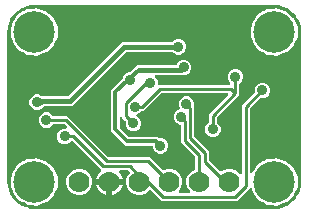
<source format=gbr>
G04 EAGLE Gerber RS-274X export*
G75*
%MOMM*%
%FSLAX34Y34*%
%LPD*%
%INBottom Copper*%
%IPPOS*%
%AMOC8*
5,1,8,0,0,1.08239X$1,22.5*%
G01*
%ADD10C,1.778000*%
%ADD11C,3.516000*%
%ADD12C,0.889000*%
%ADD13C,0.254000*%
%ADD14C,0.406400*%
%ADD15C,0.304800*%

G36*
X228622Y2543D02*
X228622Y2543D01*
X228700Y2545D01*
X232077Y2810D01*
X232145Y2824D01*
X232214Y2829D01*
X232370Y2869D01*
X238794Y4956D01*
X238901Y5006D01*
X239012Y5050D01*
X239063Y5083D01*
X239082Y5091D01*
X239097Y5104D01*
X239148Y5136D01*
X244612Y9107D01*
X244699Y9188D01*
X244746Y9227D01*
X244752Y9231D01*
X244753Y9233D01*
X244791Y9264D01*
X244829Y9310D01*
X244844Y9324D01*
X244855Y9341D01*
X244893Y9387D01*
X246586Y11717D01*
X246599Y11741D01*
X246616Y11761D01*
X246675Y11879D01*
X246739Y11996D01*
X246746Y12022D01*
X246758Y12046D01*
X246785Y12174D01*
X246799Y12185D01*
X246823Y12196D01*
X246925Y12281D01*
X247031Y12361D01*
X247048Y12382D01*
X247068Y12398D01*
X247171Y12522D01*
X248864Y14852D01*
X248921Y14956D01*
X248985Y15056D01*
X249007Y15113D01*
X249017Y15131D01*
X249022Y15151D01*
X249044Y15206D01*
X251131Y21630D01*
X251144Y21698D01*
X251167Y21764D01*
X251190Y21923D01*
X251455Y25300D01*
X251455Y25304D01*
X251456Y25307D01*
X251455Y25326D01*
X251459Y25400D01*
X251459Y152400D01*
X251457Y152422D01*
X251455Y152500D01*
X251190Y155877D01*
X251176Y155945D01*
X251171Y156014D01*
X251131Y156170D01*
X249044Y162594D01*
X248993Y162701D01*
X248950Y162812D01*
X248917Y162863D01*
X248909Y162882D01*
X248896Y162897D01*
X248864Y162948D01*
X247171Y165278D01*
X247153Y165297D01*
X247139Y165320D01*
X247044Y165413D01*
X246953Y165509D01*
X246931Y165524D01*
X246912Y165542D01*
X246798Y165608D01*
X246792Y165624D01*
X246789Y165651D01*
X246740Y165775D01*
X246697Y165900D01*
X246682Y165922D01*
X246672Y165947D01*
X246586Y166083D01*
X244893Y168413D01*
X244812Y168499D01*
X244736Y168591D01*
X244690Y168629D01*
X244676Y168644D01*
X244658Y168655D01*
X244612Y168693D01*
X239148Y172664D01*
X239044Y172721D01*
X238944Y172785D01*
X238887Y172807D01*
X238869Y172817D01*
X238849Y172822D01*
X238794Y172844D01*
X232370Y174931D01*
X232302Y174944D01*
X232236Y174967D01*
X232077Y174990D01*
X228700Y175255D01*
X228678Y175254D01*
X228600Y175259D01*
X25400Y175259D01*
X25378Y175257D01*
X25300Y175255D01*
X21923Y174990D01*
X21855Y174976D01*
X21786Y174971D01*
X21630Y174931D01*
X18892Y174041D01*
X18867Y174030D01*
X18841Y174024D01*
X18724Y173963D01*
X18604Y173906D01*
X18583Y173889D01*
X18560Y173877D01*
X18462Y173789D01*
X18445Y173788D01*
X18418Y173793D01*
X18286Y173785D01*
X18153Y173783D01*
X18128Y173775D01*
X18101Y173774D01*
X17945Y173734D01*
X15206Y172844D01*
X15099Y172794D01*
X14988Y172750D01*
X14937Y172717D01*
X14918Y172709D01*
X14903Y172696D01*
X14852Y172664D01*
X9388Y168693D01*
X9301Y168612D01*
X9209Y168536D01*
X9171Y168490D01*
X9156Y168476D01*
X9145Y168458D01*
X9107Y168412D01*
X5136Y162948D01*
X5079Y162844D01*
X5015Y162744D01*
X4993Y162687D01*
X4983Y162669D01*
X4978Y162649D01*
X4956Y162594D01*
X2869Y156170D01*
X2856Y156102D01*
X2833Y156036D01*
X2810Y155877D01*
X2545Y152500D01*
X2546Y152478D01*
X2541Y152400D01*
X2541Y25400D01*
X2543Y25378D01*
X2545Y25300D01*
X2810Y21923D01*
X2824Y21855D01*
X2829Y21786D01*
X2869Y21630D01*
X4956Y15206D01*
X5006Y15099D01*
X5050Y14988D01*
X5083Y14937D01*
X5091Y14918D01*
X5104Y14903D01*
X5136Y14852D01*
X9107Y9388D01*
X9127Y9366D01*
X9138Y9348D01*
X9184Y9305D01*
X9188Y9301D01*
X9264Y9209D01*
X9310Y9171D01*
X9324Y9156D01*
X9342Y9145D01*
X9388Y9107D01*
X14852Y5136D01*
X14956Y5079D01*
X15056Y5015D01*
X15113Y4993D01*
X15131Y4983D01*
X15151Y4978D01*
X15206Y4956D01*
X17945Y4066D01*
X17971Y4061D01*
X17996Y4051D01*
X18127Y4031D01*
X18257Y4006D01*
X18284Y4008D01*
X18310Y4004D01*
X18441Y4018D01*
X18455Y4008D01*
X18474Y3989D01*
X18585Y3917D01*
X18694Y3842D01*
X18719Y3832D01*
X18742Y3818D01*
X18892Y3759D01*
X21630Y2869D01*
X21698Y2856D01*
X21764Y2833D01*
X21923Y2810D01*
X25300Y2545D01*
X25322Y2546D01*
X25400Y2541D01*
X228600Y2541D01*
X228622Y2543D01*
G37*
%LPC*%
G36*
X226876Y5780D02*
X226876Y5780D01*
X226858Y5780D01*
X226743Y5787D01*
X224699Y5787D01*
X224151Y6014D01*
X224052Y6041D01*
X223957Y6077D01*
X223865Y6092D01*
X223844Y6098D01*
X223831Y6098D01*
X223798Y6104D01*
X222379Y6253D01*
X219415Y7964D01*
X219413Y7965D01*
X219410Y7967D01*
X219266Y8038D01*
X217490Y8773D01*
X216893Y9370D01*
X216826Y9422D01*
X216765Y9483D01*
X216651Y9558D01*
X216642Y9565D01*
X216638Y9567D01*
X216631Y9572D01*
X215129Y10439D01*
X213339Y12903D01*
X213326Y12917D01*
X213316Y12933D01*
X213209Y13054D01*
X211973Y14290D01*
X211557Y15296D01*
X211522Y15356D01*
X211497Y15420D01*
X211411Y15556D01*
X210208Y17211D01*
X209740Y19416D01*
X209737Y19422D01*
X209737Y19429D01*
X209685Y19574D01*
X209635Y19716D01*
X209631Y19722D01*
X209629Y19728D01*
X209543Y19855D01*
X209459Y19981D01*
X209454Y19986D01*
X209451Y19991D01*
X209336Y20092D01*
X209223Y20194D01*
X209217Y20197D01*
X209212Y20202D01*
X209077Y20271D01*
X208941Y20342D01*
X208935Y20343D01*
X208929Y20346D01*
X208781Y20379D01*
X208631Y20414D01*
X208625Y20414D01*
X208619Y20416D01*
X208465Y20411D01*
X208313Y20408D01*
X208307Y20406D01*
X208301Y20406D01*
X208154Y20364D01*
X208007Y20323D01*
X208001Y20319D01*
X207995Y20318D01*
X207865Y20241D01*
X207731Y20164D01*
X207727Y20159D01*
X207721Y20156D01*
X207601Y20050D01*
X199254Y11704D01*
X196948Y9397D01*
X133252Y9397D01*
X124396Y18254D01*
X124301Y18327D01*
X124212Y18405D01*
X124176Y18424D01*
X124144Y18449D01*
X124035Y18496D01*
X123929Y18550D01*
X123890Y18559D01*
X123853Y18575D01*
X123735Y18594D01*
X123619Y18620D01*
X123578Y18618D01*
X123538Y18625D01*
X123420Y18614D01*
X123301Y18610D01*
X123262Y18599D01*
X123222Y18595D01*
X123110Y18555D01*
X122995Y18522D01*
X122961Y18501D01*
X122923Y18487D01*
X122824Y18420D01*
X122721Y18360D01*
X122676Y18320D01*
X122659Y18309D01*
X122646Y18293D01*
X122601Y18254D01*
X120487Y16140D01*
X116473Y14477D01*
X112127Y14477D01*
X108113Y16140D01*
X105040Y19213D01*
X103377Y23227D01*
X103377Y27573D01*
X105040Y31587D01*
X105884Y32431D01*
X105956Y32525D01*
X106035Y32614D01*
X106054Y32650D01*
X106079Y32682D01*
X106126Y32791D01*
X106180Y32897D01*
X106189Y32937D01*
X106205Y32974D01*
X106224Y33092D01*
X106250Y33208D01*
X106248Y33248D01*
X106255Y33288D01*
X106244Y33406D01*
X106240Y33525D01*
X106229Y33564D01*
X106225Y33604D01*
X106185Y33717D01*
X106152Y33831D01*
X106131Y33866D01*
X106117Y33904D01*
X106050Y34002D01*
X105990Y34105D01*
X105950Y34150D01*
X105939Y34167D01*
X105923Y34180D01*
X105884Y34226D01*
X105176Y34934D01*
X105098Y34994D01*
X105025Y35062D01*
X104972Y35091D01*
X104924Y35128D01*
X104834Y35168D01*
X104747Y35216D01*
X104688Y35231D01*
X104633Y35255D01*
X104535Y35270D01*
X104439Y35295D01*
X104339Y35301D01*
X104318Y35305D01*
X104306Y35303D01*
X104278Y35305D01*
X98224Y35305D01*
X98087Y35288D01*
X97948Y35275D01*
X97929Y35268D01*
X97909Y35265D01*
X97780Y35214D01*
X97649Y35167D01*
X97632Y35156D01*
X97613Y35148D01*
X97501Y35067D01*
X97386Y34989D01*
X97372Y34973D01*
X97356Y34962D01*
X97267Y34854D01*
X97175Y34750D01*
X97166Y34732D01*
X97153Y34717D01*
X97094Y34591D01*
X97031Y34467D01*
X97026Y34447D01*
X97018Y34429D01*
X96991Y34293D01*
X96961Y34157D01*
X96962Y34136D01*
X96958Y34117D01*
X96966Y33978D01*
X96971Y33839D01*
X96976Y33819D01*
X96978Y33799D01*
X97020Y33667D01*
X97059Y33533D01*
X97069Y33516D01*
X97076Y33497D01*
X97150Y33379D01*
X97221Y33259D01*
X97239Y33238D01*
X97246Y33228D01*
X97261Y33214D01*
X97327Y33138D01*
X97619Y32847D01*
X98677Y31391D01*
X99493Y29788D01*
X100049Y28077D01*
X100077Y27899D01*
X90130Y27899D01*
X90012Y27884D01*
X89893Y27877D01*
X89855Y27864D01*
X89815Y27859D01*
X89704Y27816D01*
X89591Y27779D01*
X89557Y27757D01*
X89519Y27742D01*
X89423Y27673D01*
X89322Y27609D01*
X89294Y27579D01*
X89262Y27556D01*
X89186Y27464D01*
X89104Y27377D01*
X89085Y27342D01*
X89059Y27311D01*
X89008Y27203D01*
X88951Y27099D01*
X88941Y27059D01*
X88923Y27023D01*
X88903Y26916D01*
X88899Y26946D01*
X88855Y27056D01*
X88819Y27169D01*
X88797Y27204D01*
X88782Y27241D01*
X88712Y27337D01*
X88649Y27438D01*
X88619Y27466D01*
X88595Y27499D01*
X88504Y27575D01*
X88417Y27656D01*
X88382Y27676D01*
X88350Y27701D01*
X88243Y27752D01*
X88138Y27810D01*
X88099Y27820D01*
X88063Y27837D01*
X87946Y27859D01*
X87830Y27889D01*
X87770Y27893D01*
X87750Y27897D01*
X87730Y27895D01*
X87670Y27899D01*
X77723Y27899D01*
X77751Y28077D01*
X78307Y29788D01*
X79123Y31391D01*
X80181Y32847D01*
X81487Y34152D01*
X81560Y34246D01*
X81639Y34336D01*
X81657Y34372D01*
X81682Y34404D01*
X81729Y34513D01*
X81783Y34619D01*
X81792Y34658D01*
X81808Y34696D01*
X81827Y34813D01*
X81853Y34929D01*
X81852Y34970D01*
X81858Y35010D01*
X81847Y35128D01*
X81843Y35247D01*
X81832Y35286D01*
X81828Y35326D01*
X81788Y35438D01*
X81755Y35553D01*
X81734Y35587D01*
X81721Y35626D01*
X81654Y35724D01*
X81593Y35827D01*
X81554Y35872D01*
X81542Y35889D01*
X81527Y35902D01*
X81487Y35947D01*
X57845Y59589D01*
X57751Y59662D01*
X57662Y59741D01*
X57626Y59759D01*
X57594Y59784D01*
X57484Y59832D01*
X57379Y59886D01*
X57339Y59894D01*
X57302Y59911D01*
X57184Y59929D01*
X57068Y59955D01*
X57028Y59954D01*
X56988Y59960D01*
X56869Y59949D01*
X56750Y59946D01*
X56712Y59934D01*
X56671Y59931D01*
X56559Y59890D01*
X56445Y59857D01*
X56410Y59837D01*
X56372Y59823D01*
X56273Y59756D01*
X56171Y59696D01*
X56126Y59656D01*
X56109Y59644D01*
X56095Y59629D01*
X56050Y59589D01*
X54857Y58396D01*
X52476Y57410D01*
X49899Y57410D01*
X47518Y58396D01*
X45696Y60218D01*
X44710Y62599D01*
X44710Y65176D01*
X45696Y67557D01*
X47518Y69379D01*
X49899Y70365D01*
X51741Y70365D01*
X51879Y70383D01*
X52017Y70396D01*
X52036Y70403D01*
X52056Y70405D01*
X52186Y70456D01*
X52316Y70503D01*
X52333Y70515D01*
X52352Y70522D01*
X52464Y70604D01*
X52580Y70682D01*
X52593Y70697D01*
X52609Y70709D01*
X52698Y70816D01*
X52790Y70920D01*
X52799Y70938D01*
X52812Y70954D01*
X52871Y71080D01*
X52935Y71204D01*
X52939Y71223D01*
X52948Y71242D01*
X52974Y71378D01*
X53004Y71514D01*
X53004Y71534D01*
X53007Y71554D01*
X52999Y71692D01*
X52995Y71832D01*
X52989Y71851D01*
X52988Y71871D01*
X52945Y72003D01*
X52906Y72137D01*
X52896Y72155D01*
X52890Y72174D01*
X52815Y72292D01*
X52745Y72411D01*
X52726Y72432D01*
X52719Y72443D01*
X52704Y72457D01*
X52638Y72532D01*
X51074Y74097D01*
X50995Y74157D01*
X50923Y74225D01*
X50870Y74254D01*
X50822Y74291D01*
X50731Y74331D01*
X50645Y74379D01*
X50586Y74394D01*
X50531Y74418D01*
X50433Y74433D01*
X50337Y74458D01*
X50237Y74464D01*
X50216Y74468D01*
X50204Y74466D01*
X50176Y74468D01*
X41944Y74468D01*
X41846Y74456D01*
X41747Y74453D01*
X41688Y74436D01*
X41628Y74428D01*
X41536Y74392D01*
X41441Y74364D01*
X41389Y74334D01*
X41333Y74311D01*
X41253Y74253D01*
X41167Y74203D01*
X41092Y74137D01*
X41075Y74125D01*
X41068Y74115D01*
X41046Y74097D01*
X39229Y72279D01*
X36849Y71293D01*
X34271Y71293D01*
X31891Y72279D01*
X30068Y74102D01*
X29082Y76482D01*
X29082Y79060D01*
X30068Y81440D01*
X31891Y83263D01*
X34271Y84249D01*
X36849Y84249D01*
X39229Y83263D01*
X41046Y81445D01*
X41125Y81385D01*
X41197Y81317D01*
X41250Y81288D01*
X41298Y81251D01*
X41389Y81211D01*
X41475Y81163D01*
X41534Y81148D01*
X41590Y81124D01*
X41688Y81109D01*
X41783Y81084D01*
X41883Y81078D01*
X41904Y81074D01*
X41916Y81076D01*
X41944Y81074D01*
X53438Y81074D01*
X87657Y46854D01*
X87736Y46794D01*
X87808Y46726D01*
X87861Y46697D01*
X87909Y46660D01*
X88000Y46620D01*
X88086Y46572D01*
X88145Y46557D01*
X88200Y46533D01*
X88298Y46518D01*
X88394Y46493D01*
X88494Y46487D01*
X88515Y46483D01*
X88527Y46485D01*
X88555Y46483D01*
X123288Y46483D01*
X134043Y35728D01*
X134067Y35709D01*
X134086Y35687D01*
X134192Y35612D01*
X134294Y35533D01*
X134322Y35521D01*
X134346Y35504D01*
X134467Y35458D01*
X134586Y35406D01*
X134615Y35402D01*
X134643Y35391D01*
X134772Y35377D01*
X134900Y35356D01*
X134930Y35359D01*
X134959Y35356D01*
X135088Y35374D01*
X135217Y35386D01*
X135245Y35396D01*
X135274Y35400D01*
X135426Y35452D01*
X137527Y36323D01*
X141873Y36323D01*
X145887Y34660D01*
X148960Y31587D01*
X150623Y27573D01*
X150623Y23227D01*
X148960Y19213D01*
X147917Y18169D01*
X147832Y18060D01*
X147743Y17953D01*
X147734Y17934D01*
X147722Y17918D01*
X147666Y17791D01*
X147607Y17665D01*
X147603Y17645D01*
X147595Y17626D01*
X147573Y17488D01*
X147547Y17352D01*
X147549Y17332D01*
X147545Y17312D01*
X147558Y17173D01*
X147567Y17035D01*
X147573Y17016D01*
X147575Y16996D01*
X147622Y16864D01*
X147665Y16733D01*
X147676Y16715D01*
X147683Y16696D01*
X147761Y16581D01*
X147835Y16464D01*
X147850Y16450D01*
X147861Y16433D01*
X147965Y16341D01*
X148067Y16246D01*
X148085Y16236D01*
X148100Y16223D01*
X148224Y16160D01*
X148345Y16092D01*
X148365Y16087D01*
X148383Y16078D01*
X148519Y16048D01*
X148653Y16013D01*
X148681Y16011D01*
X148693Y16008D01*
X148714Y16009D01*
X148814Y16003D01*
X155986Y16003D01*
X156124Y16020D01*
X156262Y16033D01*
X156281Y16040D01*
X156302Y16043D01*
X156431Y16094D01*
X156562Y16141D01*
X156578Y16152D01*
X156597Y16160D01*
X156709Y16241D01*
X156825Y16319D01*
X156838Y16335D01*
X156855Y16346D01*
X156943Y16454D01*
X157035Y16558D01*
X157044Y16576D01*
X157057Y16591D01*
X157117Y16717D01*
X157180Y16841D01*
X157184Y16861D01*
X157193Y16879D01*
X157219Y17016D01*
X157249Y17151D01*
X157249Y17172D01*
X157253Y17191D01*
X157244Y17330D01*
X157240Y17469D01*
X157234Y17489D01*
X157233Y17509D01*
X157190Y17641D01*
X157151Y17775D01*
X157141Y17792D01*
X157135Y17811D01*
X157061Y17929D01*
X156990Y18049D01*
X156971Y18070D01*
X156965Y18080D01*
X156950Y18094D01*
X156883Y18169D01*
X155840Y19213D01*
X154177Y23227D01*
X154177Y27573D01*
X155840Y31587D01*
X158913Y34660D01*
X161014Y35530D01*
X161039Y35545D01*
X161067Y35554D01*
X161177Y35623D01*
X161290Y35688D01*
X161311Y35708D01*
X161336Y35724D01*
X161425Y35819D01*
X161518Y35909D01*
X161534Y35934D01*
X161554Y35956D01*
X161617Y36069D01*
X161685Y36180D01*
X161693Y36208D01*
X161708Y36234D01*
X161740Y36360D01*
X161778Y36484D01*
X161780Y36513D01*
X161787Y36542D01*
X161797Y36703D01*
X161797Y46250D01*
X161785Y46349D01*
X161782Y46448D01*
X161765Y46506D01*
X161757Y46566D01*
X161721Y46658D01*
X161693Y46753D01*
X161663Y46805D01*
X161640Y46862D01*
X161582Y46942D01*
X161532Y47027D01*
X161466Y47102D01*
X161454Y47119D01*
X161444Y47127D01*
X161426Y47148D01*
X149605Y58968D01*
X149605Y72644D01*
X149590Y72762D01*
X149583Y72881D01*
X149570Y72919D01*
X149565Y72960D01*
X149522Y73070D01*
X149485Y73183D01*
X149463Y73218D01*
X149448Y73255D01*
X149379Y73351D01*
X149315Y73452D01*
X149285Y73480D01*
X149262Y73513D01*
X149170Y73589D01*
X149083Y73670D01*
X149048Y73690D01*
X149017Y73715D01*
X148909Y73766D01*
X148805Y73824D01*
X148765Y73834D01*
X148729Y73851D01*
X148612Y73873D01*
X148497Y73903D01*
X148464Y73905D01*
X146064Y74899D01*
X144241Y76722D01*
X143255Y79102D01*
X143255Y81680D01*
X144241Y84060D01*
X146064Y85883D01*
X147615Y86525D01*
X147718Y86584D01*
X147825Y86636D01*
X147856Y86663D01*
X147891Y86683D01*
X147977Y86766D01*
X148067Y86843D01*
X148091Y86876D01*
X148120Y86904D01*
X148182Y87005D01*
X148250Y87103D01*
X148265Y87141D01*
X148286Y87175D01*
X148321Y87289D01*
X148363Y87400D01*
X148368Y87440D01*
X148380Y87479D01*
X148385Y87598D01*
X148398Y87716D01*
X148393Y87756D01*
X148395Y87797D01*
X148371Y87913D01*
X148354Y88031D01*
X148335Y88088D01*
X148330Y88108D01*
X148321Y88127D01*
X148302Y88183D01*
X147539Y90024D01*
X147539Y92602D01*
X148525Y94982D01*
X150348Y96805D01*
X152729Y97791D01*
X155306Y97791D01*
X157686Y96805D01*
X159509Y94982D01*
X160495Y92602D01*
X160495Y90032D01*
X160507Y89933D01*
X160510Y89834D01*
X160527Y89776D01*
X160535Y89716D01*
X160571Y89624D01*
X160599Y89529D01*
X160629Y89477D01*
X160652Y89421D01*
X160710Y89340D01*
X160760Y89255D01*
X160783Y89229D01*
X160783Y64124D01*
X160795Y64026D01*
X160798Y63927D01*
X160815Y63868D01*
X160823Y63808D01*
X160859Y63716D01*
X160887Y63621D01*
X160917Y63569D01*
X160940Y63513D01*
X160998Y63433D01*
X161048Y63347D01*
X161114Y63272D01*
X161126Y63255D01*
X161136Y63247D01*
X161154Y63226D01*
X173483Y50898D01*
X173483Y43804D01*
X173495Y43706D01*
X173498Y43607D01*
X173515Y43548D01*
X173523Y43488D01*
X173559Y43396D01*
X173587Y43301D01*
X173617Y43249D01*
X173640Y43193D01*
X173698Y43113D01*
X173748Y43027D01*
X173814Y42952D01*
X173826Y42935D01*
X173836Y42927D01*
X173854Y42906D01*
X182309Y34451D01*
X182404Y34378D01*
X182493Y34300D01*
X182529Y34281D01*
X182561Y34256D01*
X182670Y34209D01*
X182776Y34155D01*
X182815Y34146D01*
X182852Y34130D01*
X182970Y34111D01*
X183086Y34085D01*
X183127Y34087D01*
X183167Y34080D01*
X183285Y34091D01*
X183404Y34095D01*
X183443Y34106D01*
X183483Y34110D01*
X183595Y34150D01*
X183710Y34183D01*
X183745Y34204D01*
X183782Y34218D01*
X183881Y34284D01*
X183984Y34345D01*
X184029Y34385D01*
X184046Y34396D01*
X184059Y34412D01*
X184104Y34451D01*
X184313Y34660D01*
X188327Y36323D01*
X192673Y36323D01*
X196687Y34660D01*
X199001Y32347D01*
X199110Y32261D01*
X199217Y32173D01*
X199236Y32164D01*
X199252Y32152D01*
X199380Y32096D01*
X199505Y32037D01*
X199525Y32033D01*
X199544Y32025D01*
X199682Y32003D01*
X199818Y31977D01*
X199838Y31979D01*
X199858Y31975D01*
X199997Y31988D01*
X200135Y31997D01*
X200154Y32003D01*
X200174Y32005D01*
X200306Y32052D01*
X200437Y32095D01*
X200455Y32106D01*
X200474Y32113D01*
X200589Y32191D01*
X200706Y32265D01*
X200720Y32280D01*
X200737Y32291D01*
X200829Y32396D01*
X200924Y32497D01*
X200934Y32515D01*
X200947Y32530D01*
X201011Y32654D01*
X201078Y32775D01*
X201083Y32795D01*
X201092Y32813D01*
X201122Y32949D01*
X201157Y33083D01*
X201159Y33111D01*
X201162Y33123D01*
X201161Y33144D01*
X201167Y33244D01*
X201167Y90259D01*
X211591Y100682D01*
X211651Y100761D01*
X211719Y100833D01*
X211748Y100886D01*
X211785Y100934D01*
X211825Y101025D01*
X211873Y101111D01*
X211888Y101170D01*
X211912Y101225D01*
X211927Y101323D01*
X211952Y101419D01*
X211958Y101519D01*
X211962Y101540D01*
X211960Y101552D01*
X211962Y101580D01*
X211962Y104150D01*
X212948Y106530D01*
X214771Y108353D01*
X217151Y109339D01*
X219729Y109339D01*
X222109Y108353D01*
X223932Y106530D01*
X224918Y104150D01*
X224918Y101572D01*
X223932Y99192D01*
X222109Y97369D01*
X219729Y96383D01*
X217159Y96383D01*
X217061Y96371D01*
X216962Y96368D01*
X216903Y96351D01*
X216843Y96343D01*
X216751Y96307D01*
X216656Y96279D01*
X216604Y96249D01*
X216548Y96226D01*
X216468Y96168D01*
X216382Y96118D01*
X216307Y96052D01*
X216290Y96040D01*
X216282Y96030D01*
X216261Y96012D01*
X208144Y87895D01*
X208084Y87816D01*
X208016Y87744D01*
X207987Y87691D01*
X207950Y87643D01*
X207910Y87552D01*
X207862Y87466D01*
X207847Y87407D01*
X207823Y87352D01*
X207808Y87254D01*
X207783Y87158D01*
X207777Y87058D01*
X207773Y87037D01*
X207775Y87025D01*
X207773Y86997D01*
X207773Y34143D01*
X207783Y34064D01*
X207783Y33984D01*
X207803Y33907D01*
X207813Y33827D01*
X207842Y33753D01*
X207862Y33676D01*
X207900Y33606D01*
X207930Y33532D01*
X207976Y33467D01*
X208015Y33397D01*
X208069Y33339D01*
X208116Y33274D01*
X208178Y33224D01*
X208232Y33165D01*
X208300Y33122D01*
X208361Y33071D01*
X208433Y33038D01*
X208501Y32995D01*
X208577Y32970D01*
X208649Y32936D01*
X208727Y32921D01*
X208803Y32896D01*
X208883Y32891D01*
X208961Y32876D01*
X209041Y32881D01*
X209120Y32876D01*
X209199Y32891D01*
X209279Y32896D01*
X209355Y32920D01*
X209433Y32935D01*
X209505Y32969D01*
X209581Y32994D01*
X209649Y33037D01*
X209721Y33070D01*
X209783Y33121D01*
X209850Y33164D01*
X209905Y33222D01*
X209966Y33273D01*
X210067Y33395D01*
X210068Y33396D01*
X210069Y33397D01*
X211411Y35244D01*
X211444Y35305D01*
X211486Y35360D01*
X211557Y35504D01*
X211973Y36510D01*
X213209Y37746D01*
X213221Y37761D01*
X213236Y37773D01*
X213339Y37897D01*
X215129Y40361D01*
X216631Y41228D01*
X216699Y41280D01*
X216773Y41324D01*
X216875Y41414D01*
X216884Y41421D01*
X216887Y41424D01*
X216893Y41430D01*
X217490Y42027D01*
X219266Y42762D01*
X219268Y42764D01*
X219271Y42764D01*
X219415Y42836D01*
X222379Y44547D01*
X223798Y44696D01*
X223898Y44720D01*
X223999Y44734D01*
X224087Y44764D01*
X224108Y44769D01*
X224120Y44775D01*
X224151Y44786D01*
X224699Y45013D01*
X226743Y45013D01*
X226760Y45015D01*
X226876Y45020D01*
X230704Y45422D01*
X231773Y45075D01*
X231890Y45053D01*
X232005Y45023D01*
X232065Y45019D01*
X232085Y45015D01*
X232106Y45017D01*
X232165Y45013D01*
X232501Y45013D01*
X234409Y44223D01*
X234430Y44217D01*
X234503Y44188D01*
X238666Y42835D01*
X239278Y42285D01*
X239389Y42207D01*
X239497Y42126D01*
X239527Y42111D01*
X239539Y42103D01*
X239559Y42096D01*
X239641Y42055D01*
X239710Y42027D01*
X241005Y40732D01*
X241019Y40721D01*
X241053Y40686D01*
X244887Y37234D01*
X245100Y36756D01*
X245179Y36626D01*
X245450Y35971D01*
X245455Y35963D01*
X245463Y35941D01*
X248292Y29586D01*
X248292Y21214D01*
X245463Y14859D01*
X245460Y14849D01*
X245450Y14829D01*
X245194Y14211D01*
X245175Y14187D01*
X245170Y14178D01*
X245168Y14175D01*
X245163Y14165D01*
X245100Y14044D01*
X244985Y13785D01*
X244977Y13759D01*
X244964Y13736D01*
X244931Y13607D01*
X244914Y13552D01*
X244880Y13536D01*
X244860Y13519D01*
X244836Y13507D01*
X244710Y13407D01*
X241053Y10114D01*
X241041Y10100D01*
X241005Y10068D01*
X239710Y8773D01*
X239641Y8745D01*
X239524Y8678D01*
X239404Y8615D01*
X239377Y8594D01*
X239365Y8587D01*
X239350Y8572D01*
X239278Y8515D01*
X238666Y7965D01*
X234502Y6612D01*
X234483Y6603D01*
X234409Y6577D01*
X232501Y5787D01*
X232165Y5787D01*
X232047Y5772D01*
X231929Y5765D01*
X231870Y5750D01*
X231850Y5747D01*
X231831Y5740D01*
X231773Y5725D01*
X230704Y5378D01*
X226876Y5780D01*
G37*
%LPD*%
%LPC*%
G36*
X130791Y49402D02*
X130791Y49402D01*
X128411Y50388D01*
X126588Y52211D01*
X125602Y54591D01*
X125602Y54864D01*
X125587Y54982D01*
X125580Y55101D01*
X125567Y55139D01*
X125562Y55180D01*
X125519Y55290D01*
X125482Y55403D01*
X125460Y55438D01*
X125445Y55475D01*
X125376Y55571D01*
X125312Y55672D01*
X125282Y55700D01*
X125259Y55733D01*
X125167Y55809D01*
X125080Y55890D01*
X125045Y55910D01*
X125014Y55935D01*
X124906Y55986D01*
X124802Y56044D01*
X124762Y56054D01*
X124726Y56071D01*
X124609Y56093D01*
X124494Y56123D01*
X124434Y56127D01*
X124414Y56131D01*
X124393Y56129D01*
X124333Y56133D01*
X102667Y56133D01*
X90423Y68377D01*
X90423Y103073D01*
X99831Y112480D01*
X99891Y112559D01*
X99959Y112631D01*
X99988Y112684D01*
X100025Y112732D01*
X100065Y112823D01*
X100113Y112909D01*
X100128Y112968D01*
X100152Y113024D01*
X100167Y113122D01*
X100192Y113217D01*
X100198Y113317D01*
X100202Y113338D01*
X100201Y113348D01*
X101188Y115732D01*
X103011Y117555D01*
X105391Y118541D01*
X106332Y118541D01*
X106430Y118553D01*
X106529Y118556D01*
X106587Y118573D01*
X106648Y118581D01*
X106740Y118617D01*
X106835Y118645D01*
X106887Y118675D01*
X106943Y118698D01*
X107023Y118756D01*
X107109Y118806D01*
X107184Y118872D01*
X107201Y118884D01*
X107208Y118894D01*
X107230Y118912D01*
X109180Y120862D01*
X109240Y120941D01*
X109308Y121013D01*
X109337Y121066D01*
X109374Y121114D01*
X109414Y121205D01*
X109462Y121291D01*
X109477Y121350D01*
X109501Y121406D01*
X109516Y121504D01*
X109541Y121599D01*
X109547Y121699D01*
X109551Y121720D01*
X109549Y121732D01*
X109551Y121760D01*
X109551Y121953D01*
X111932Y124334D01*
X144811Y124334D01*
X144841Y124337D01*
X144870Y124335D01*
X144998Y124357D01*
X145127Y124374D01*
X145154Y124384D01*
X145184Y124389D01*
X145302Y124443D01*
X145423Y124491D01*
X145447Y124508D01*
X145473Y124520D01*
X145575Y124601D01*
X145680Y124677D01*
X145699Y124700D01*
X145722Y124719D01*
X145800Y124822D01*
X145883Y124922D01*
X145895Y124949D01*
X145913Y124973D01*
X145984Y125117D01*
X146337Y125970D01*
X148160Y127793D01*
X150540Y128779D01*
X153118Y128779D01*
X155498Y127793D01*
X157321Y125970D01*
X158307Y123590D01*
X158307Y121012D01*
X157321Y118632D01*
X155498Y116809D01*
X153118Y115823D01*
X150540Y115823D01*
X149854Y116108D01*
X149845Y116110D01*
X149837Y116115D01*
X149692Y116152D01*
X149547Y116192D01*
X149538Y116192D01*
X149529Y116194D01*
X149368Y116204D01*
X128558Y116204D01*
X128420Y116187D01*
X128281Y116174D01*
X128262Y116167D01*
X128242Y116164D01*
X128113Y116113D01*
X127982Y116066D01*
X127965Y116055D01*
X127947Y116047D01*
X127834Y115966D01*
X127719Y115888D01*
X127706Y115872D01*
X127689Y115861D01*
X127600Y115753D01*
X127509Y115649D01*
X127499Y115631D01*
X127486Y115616D01*
X127427Y115490D01*
X127364Y115366D01*
X127360Y115346D01*
X127351Y115328D01*
X127325Y115191D01*
X127294Y115056D01*
X127295Y115035D01*
X127291Y115016D01*
X127300Y114877D01*
X127304Y114738D01*
X127310Y114718D01*
X127311Y114698D01*
X127354Y114566D01*
X127392Y114432D01*
X127403Y114415D01*
X127409Y114396D01*
X127483Y114278D01*
X127554Y114158D01*
X127572Y114137D01*
X127579Y114127D01*
X127594Y114113D01*
X127660Y114038D01*
X128682Y113016D01*
X129668Y110636D01*
X129668Y108712D01*
X129683Y108594D01*
X129690Y108475D01*
X129703Y108437D01*
X129708Y108396D01*
X129751Y108286D01*
X129788Y108173D01*
X129810Y108138D01*
X129825Y108101D01*
X129894Y108005D01*
X129958Y107904D01*
X129988Y107876D01*
X130011Y107843D01*
X130103Y107767D01*
X130190Y107686D01*
X130225Y107666D01*
X130256Y107641D01*
X130364Y107590D01*
X130468Y107532D01*
X130508Y107522D01*
X130544Y107505D01*
X130661Y107483D01*
X130776Y107453D01*
X130836Y107449D01*
X130856Y107445D01*
X130877Y107447D01*
X130937Y107443D01*
X190203Y107443D01*
X190341Y107460D01*
X190480Y107473D01*
X190499Y107480D01*
X190519Y107483D01*
X190648Y107534D01*
X190779Y107581D01*
X190796Y107592D01*
X190814Y107600D01*
X190927Y107681D01*
X191042Y107759D01*
X191055Y107775D01*
X191072Y107786D01*
X191161Y107894D01*
X191252Y107998D01*
X191262Y108016D01*
X191275Y108031D01*
X191334Y108157D01*
X191397Y108281D01*
X191401Y108301D01*
X191410Y108319D01*
X191436Y108456D01*
X191467Y108591D01*
X191466Y108612D01*
X191470Y108631D01*
X191461Y108770D01*
X191457Y108909D01*
X191451Y108929D01*
X191450Y108949D01*
X191407Y109081D01*
X191369Y109215D01*
X191358Y109232D01*
X191352Y109251D01*
X191278Y109369D01*
X191207Y109489D01*
X191189Y109510D01*
X191182Y109520D01*
X191167Y109534D01*
X191101Y109609D01*
X190088Y110622D01*
X189102Y113002D01*
X189102Y115580D01*
X190088Y117960D01*
X191911Y119783D01*
X194291Y120769D01*
X196869Y120769D01*
X199249Y119783D01*
X201072Y117960D01*
X202058Y115580D01*
X202058Y113002D01*
X201072Y110622D01*
X199254Y108805D01*
X199194Y108726D01*
X199126Y108654D01*
X199097Y108601D01*
X199060Y108553D01*
X199020Y108462D01*
X198972Y108376D01*
X198957Y108317D01*
X198933Y108261D01*
X198918Y108163D01*
X198893Y108068D01*
X198887Y107980D01*
X198885Y107969D01*
X198886Y107962D01*
X198883Y107947D01*
X198885Y107935D01*
X198883Y107907D01*
X198883Y98962D01*
X180204Y80284D01*
X180144Y80205D01*
X180076Y80133D01*
X180047Y80080D01*
X180010Y80032D01*
X179970Y79941D01*
X179922Y79855D01*
X179907Y79796D01*
X179883Y79741D01*
X179868Y79643D01*
X179843Y79547D01*
X179837Y79447D01*
X179833Y79426D01*
X179835Y79414D01*
X179833Y79386D01*
X179833Y76234D01*
X179845Y76136D01*
X179848Y76037D01*
X179865Y75978D01*
X179873Y75918D01*
X179909Y75826D01*
X179937Y75731D01*
X179967Y75679D01*
X179990Y75623D01*
X180048Y75543D01*
X180098Y75457D01*
X180164Y75382D01*
X180176Y75365D01*
X180186Y75358D01*
X180204Y75336D01*
X182022Y73519D01*
X183008Y71139D01*
X183008Y68561D01*
X182022Y66181D01*
X180199Y64358D01*
X177819Y63372D01*
X175241Y63372D01*
X172861Y64358D01*
X171038Y66181D01*
X170052Y68561D01*
X170052Y71139D01*
X171038Y73519D01*
X172856Y75336D01*
X172916Y75415D01*
X172984Y75487D01*
X173013Y75540D01*
X173050Y75588D01*
X173090Y75679D01*
X173138Y75765D01*
X173153Y75824D01*
X173177Y75880D01*
X173192Y75978D01*
X173217Y76073D01*
X173223Y76173D01*
X173227Y76194D01*
X173225Y76206D01*
X173227Y76234D01*
X173227Y82648D01*
X175534Y84954D01*
X189250Y98671D01*
X189335Y98780D01*
X189424Y98887D01*
X189432Y98906D01*
X189445Y98922D01*
X189500Y99050D01*
X189559Y99175D01*
X189563Y99195D01*
X189571Y99214D01*
X189593Y99352D01*
X189619Y99488D01*
X189618Y99508D01*
X189621Y99528D01*
X189608Y99667D01*
X189599Y99805D01*
X189593Y99824D01*
X189591Y99844D01*
X189544Y99976D01*
X189501Y100107D01*
X189490Y100125D01*
X189483Y100144D01*
X189405Y100259D01*
X189331Y100376D01*
X189316Y100390D01*
X189305Y100407D01*
X189201Y100499D01*
X189099Y100594D01*
X189082Y100604D01*
X189066Y100617D01*
X188943Y100680D01*
X188821Y100748D01*
X188801Y100753D01*
X188783Y100762D01*
X188647Y100792D01*
X188513Y100827D01*
X188485Y100829D01*
X188473Y100832D01*
X188452Y100831D01*
X188352Y100837D01*
X133785Y100837D01*
X133687Y100825D01*
X133588Y100822D01*
X133529Y100805D01*
X133469Y100797D01*
X133377Y100761D01*
X133282Y100733D01*
X133230Y100703D01*
X133174Y100680D01*
X133094Y100622D01*
X133008Y100572D01*
X132933Y100506D01*
X132916Y100494D01*
X132908Y100484D01*
X132887Y100466D01*
X118208Y85786D01*
X116874Y85786D01*
X116776Y85774D01*
X116677Y85771D01*
X116618Y85754D01*
X116558Y85746D01*
X116466Y85710D01*
X116371Y85682D01*
X116319Y85652D01*
X116263Y85629D01*
X116183Y85571D01*
X116097Y85521D01*
X116022Y85455D01*
X116005Y85443D01*
X115998Y85433D01*
X115976Y85415D01*
X114159Y83597D01*
X112522Y82919D01*
X112401Y82850D01*
X112278Y82785D01*
X112263Y82772D01*
X112245Y82762D01*
X112146Y82665D01*
X112043Y82571D01*
X112032Y82554D01*
X112017Y82540D01*
X111944Y82422D01*
X111868Y82306D01*
X111861Y82286D01*
X111851Y82269D01*
X111810Y82136D01*
X111765Y82005D01*
X111763Y81985D01*
X111757Y81965D01*
X111750Y81826D01*
X111740Y81688D01*
X111743Y81668D01*
X111742Y81648D01*
X111770Y81511D01*
X111794Y81374D01*
X111802Y81356D01*
X111806Y81336D01*
X111867Y81211D01*
X111924Y81084D01*
X111937Y81069D01*
X111946Y81050D01*
X112036Y80945D01*
X112123Y80836D01*
X112139Y80824D01*
X112152Y80808D01*
X112266Y80728D01*
X112377Y80645D01*
X112402Y80632D01*
X112412Y80625D01*
X112432Y80618D01*
X112522Y80574D01*
X112889Y80422D01*
X114712Y78599D01*
X115698Y76219D01*
X115698Y73641D01*
X114712Y71261D01*
X112889Y69438D01*
X110509Y68452D01*
X107931Y68452D01*
X105551Y69438D01*
X103728Y71261D01*
X102742Y73641D01*
X102742Y76211D01*
X102730Y76309D01*
X102727Y76408D01*
X102710Y76467D01*
X102702Y76527D01*
X102666Y76619D01*
X102638Y76714D01*
X102608Y76766D01*
X102585Y76822D01*
X102527Y76902D01*
X102477Y76988D01*
X102411Y77063D01*
X102399Y77080D01*
X102389Y77088D01*
X102371Y77109D01*
X99703Y79776D01*
X99594Y79861D01*
X99487Y79950D01*
X99468Y79958D01*
X99452Y79971D01*
X99324Y80026D01*
X99199Y80085D01*
X99179Y80089D01*
X99160Y80097D01*
X99022Y80119D01*
X98886Y80145D01*
X98866Y80144D01*
X98846Y80147D01*
X98707Y80134D01*
X98569Y80125D01*
X98550Y80119D01*
X98530Y80117D01*
X98398Y80070D01*
X98267Y80027D01*
X98249Y80016D01*
X98230Y80009D01*
X98115Y79931D01*
X97998Y79857D01*
X97984Y79842D01*
X97967Y79831D01*
X97875Y79727D01*
X97780Y79625D01*
X97770Y79608D01*
X97757Y79592D01*
X97693Y79468D01*
X97626Y79347D01*
X97621Y79327D01*
X97612Y79309D01*
X97582Y79173D01*
X97547Y79039D01*
X97545Y79011D01*
X97542Y78999D01*
X97543Y78978D01*
X97537Y78878D01*
X97537Y71849D01*
X97549Y71751D01*
X97552Y71652D01*
X97569Y71594D01*
X97577Y71533D01*
X97613Y71441D01*
X97641Y71346D01*
X97671Y71294D01*
X97694Y71238D01*
X97752Y71158D01*
X97802Y71072D01*
X97868Y70997D01*
X97880Y70980D01*
X97890Y70973D01*
X97908Y70951D01*
X105241Y63618D01*
X105320Y63558D01*
X105392Y63490D01*
X105445Y63461D01*
X105493Y63424D01*
X105584Y63384D01*
X105670Y63336D01*
X105729Y63321D01*
X105785Y63297D01*
X105883Y63282D01*
X105978Y63257D01*
X106078Y63251D01*
X106099Y63247D01*
X106111Y63249D01*
X106139Y63247D01*
X129743Y63247D01*
X130260Y62729D01*
X130339Y62669D01*
X130411Y62601D01*
X130464Y62572D01*
X130512Y62535D01*
X130603Y62495D01*
X130689Y62447D01*
X130748Y62432D01*
X130804Y62408D01*
X130902Y62393D01*
X130997Y62368D01*
X131097Y62362D01*
X131118Y62358D01*
X131130Y62360D01*
X131158Y62358D01*
X133369Y62358D01*
X135749Y61372D01*
X137572Y59549D01*
X138558Y57169D01*
X138558Y54591D01*
X137572Y52211D01*
X135749Y50388D01*
X133369Y49402D01*
X130791Y49402D01*
G37*
%LPD*%
%LPC*%
G36*
X26398Y86486D02*
X26398Y86486D01*
X24017Y87472D01*
X22195Y89294D01*
X21209Y91675D01*
X21209Y94252D01*
X22195Y96633D01*
X24017Y98455D01*
X26398Y99441D01*
X28975Y99441D01*
X31356Y98455D01*
X31474Y98336D01*
X31553Y98276D01*
X31625Y98208D01*
X31678Y98179D01*
X31726Y98142D01*
X31817Y98102D01*
X31903Y98054D01*
X31962Y98039D01*
X32018Y98015D01*
X32116Y98000D01*
X32211Y97975D01*
X32311Y97969D01*
X32332Y97965D01*
X32344Y97967D01*
X32372Y97965D01*
X53591Y97965D01*
X53689Y97977D01*
X53788Y97980D01*
X53846Y97997D01*
X53906Y98005D01*
X53998Y98041D01*
X54093Y98069D01*
X54145Y98099D01*
X54202Y98122D01*
X54282Y98180D01*
X54367Y98230D01*
X54443Y98296D01*
X54459Y98308D01*
X54467Y98318D01*
X54488Y98336D01*
X99916Y143765D01*
X141698Y143765D01*
X141796Y143777D01*
X141895Y143780D01*
X141954Y143797D01*
X142014Y143805D01*
X142106Y143841D01*
X142201Y143869D01*
X142253Y143899D01*
X142309Y143922D01*
X142389Y143980D01*
X142475Y144030D01*
X142550Y144096D01*
X142567Y144108D01*
X142574Y144118D01*
X142596Y144136D01*
X143651Y145192D01*
X146031Y146178D01*
X148609Y146178D01*
X150989Y145192D01*
X152812Y143369D01*
X153798Y140989D01*
X153798Y138411D01*
X152812Y136031D01*
X150989Y134208D01*
X148609Y133222D01*
X146031Y133222D01*
X143651Y134208D01*
X142596Y135264D01*
X142517Y135324D01*
X142445Y135392D01*
X142392Y135421D01*
X142344Y135458D01*
X142253Y135498D01*
X142167Y135546D01*
X142108Y135561D01*
X142052Y135585D01*
X141954Y135600D01*
X141859Y135625D01*
X141759Y135631D01*
X141738Y135635D01*
X141726Y135633D01*
X141698Y135635D01*
X103809Y135635D01*
X103711Y135623D01*
X103612Y135620D01*
X103554Y135603D01*
X103494Y135595D01*
X103402Y135559D01*
X103307Y135531D01*
X103255Y135501D01*
X103198Y135478D01*
X103118Y135420D01*
X103033Y135370D01*
X102957Y135304D01*
X102941Y135292D01*
X102933Y135282D01*
X102912Y135264D01*
X57484Y89835D01*
X34245Y89835D01*
X34147Y89823D01*
X34048Y89820D01*
X33989Y89803D01*
X33929Y89795D01*
X33837Y89759D01*
X33742Y89731D01*
X33690Y89701D01*
X33634Y89678D01*
X33554Y89620D01*
X33468Y89570D01*
X33393Y89504D01*
X33376Y89492D01*
X33369Y89482D01*
X33347Y89464D01*
X31356Y87472D01*
X28975Y86486D01*
X26398Y86486D01*
G37*
%LPD*%
%LPC*%
G36*
X226876Y132780D02*
X226876Y132780D01*
X226858Y132780D01*
X226743Y132787D01*
X224699Y132787D01*
X224151Y133014D01*
X224052Y133041D01*
X223957Y133077D01*
X223865Y133092D01*
X223844Y133098D01*
X223831Y133098D01*
X223798Y133104D01*
X222379Y133253D01*
X219415Y134964D01*
X219413Y134965D01*
X219410Y134967D01*
X219266Y135038D01*
X217490Y135773D01*
X216893Y136370D01*
X216826Y136422D01*
X216765Y136483D01*
X216651Y136558D01*
X216642Y136565D01*
X216638Y136567D01*
X216631Y136572D01*
X215129Y137439D01*
X213339Y139903D01*
X213326Y139917D01*
X213316Y139933D01*
X213209Y140054D01*
X211973Y141290D01*
X211557Y142296D01*
X211522Y142356D01*
X211497Y142420D01*
X211411Y142556D01*
X210208Y144211D01*
X209647Y146849D01*
X209636Y146883D01*
X209631Y146919D01*
X209579Y147071D01*
X208987Y148499D01*
X208987Y149822D01*
X208981Y149874D01*
X208983Y149926D01*
X208960Y150086D01*
X208468Y152400D01*
X208960Y154714D01*
X208964Y154767D01*
X208977Y154817D01*
X208987Y154978D01*
X208987Y156301D01*
X209579Y157729D01*
X209588Y157763D01*
X209604Y157795D01*
X209647Y157951D01*
X210208Y160589D01*
X211411Y162244D01*
X211444Y162305D01*
X211486Y162360D01*
X211557Y162504D01*
X211973Y163510D01*
X213209Y164746D01*
X213221Y164761D01*
X213236Y164773D01*
X213339Y164897D01*
X215129Y167361D01*
X216631Y168228D01*
X216699Y168280D01*
X216773Y168324D01*
X216875Y168414D01*
X216884Y168421D01*
X216887Y168424D01*
X216893Y168430D01*
X217490Y169027D01*
X219266Y169762D01*
X219268Y169764D01*
X219271Y169764D01*
X219415Y169836D01*
X222379Y171547D01*
X223798Y171696D01*
X223898Y171720D01*
X223999Y171734D01*
X224087Y171764D01*
X224108Y171769D01*
X224120Y171775D01*
X224151Y171786D01*
X224699Y172013D01*
X226743Y172013D01*
X226760Y172015D01*
X226876Y172020D01*
X230704Y172422D01*
X231773Y172075D01*
X231890Y172053D01*
X232005Y172023D01*
X232065Y172019D01*
X232085Y172015D01*
X232106Y172017D01*
X232165Y172013D01*
X232501Y172013D01*
X234409Y171223D01*
X234430Y171217D01*
X234503Y171188D01*
X238666Y169835D01*
X239278Y169285D01*
X239389Y169207D01*
X239497Y169126D01*
X239527Y169111D01*
X239539Y169103D01*
X239559Y169096D01*
X239641Y169055D01*
X239710Y169027D01*
X241005Y167732D01*
X241019Y167721D01*
X241053Y167686D01*
X244710Y164393D01*
X244732Y164378D01*
X244750Y164359D01*
X244862Y164287D01*
X244910Y164254D01*
X244914Y164217D01*
X244924Y164192D01*
X244929Y164166D01*
X244985Y164015D01*
X245100Y163756D01*
X245179Y163626D01*
X245450Y162971D01*
X245455Y162963D01*
X245463Y162941D01*
X248292Y156586D01*
X248292Y148214D01*
X245463Y141859D01*
X245460Y141849D01*
X245450Y141829D01*
X245194Y141211D01*
X245175Y141187D01*
X245170Y141179D01*
X245168Y141175D01*
X245163Y141164D01*
X245100Y141044D01*
X244887Y140566D01*
X241053Y137114D01*
X241041Y137100D01*
X241005Y137068D01*
X239710Y135773D01*
X239641Y135745D01*
X239524Y135678D01*
X239404Y135615D01*
X239377Y135594D01*
X239365Y135587D01*
X239350Y135572D01*
X239278Y135515D01*
X238666Y134965D01*
X234502Y133612D01*
X234483Y133603D01*
X234409Y133577D01*
X232501Y132787D01*
X232165Y132787D01*
X232047Y132772D01*
X231929Y132765D01*
X231870Y132750D01*
X231850Y132747D01*
X231831Y132740D01*
X231773Y132725D01*
X230704Y132378D01*
X226876Y132780D01*
G37*
%LPD*%
%LPC*%
G36*
X23676Y5780D02*
X23676Y5780D01*
X23658Y5780D01*
X23543Y5787D01*
X21499Y5787D01*
X20951Y6014D01*
X20852Y6041D01*
X20757Y6077D01*
X20665Y6092D01*
X20644Y6098D01*
X20631Y6098D01*
X20598Y6104D01*
X19416Y6228D01*
X19390Y6227D01*
X19364Y6232D01*
X19231Y6224D01*
X19173Y6223D01*
X19147Y6250D01*
X19125Y6265D01*
X19106Y6283D01*
X18972Y6372D01*
X16215Y7964D01*
X16213Y7965D01*
X16210Y7967D01*
X16066Y8038D01*
X14290Y8773D01*
X13693Y9370D01*
X13626Y9422D01*
X13565Y9483D01*
X13451Y9558D01*
X13442Y9565D01*
X13438Y9567D01*
X13431Y9572D01*
X11929Y10439D01*
X10139Y12903D01*
X10126Y12917D01*
X10116Y12933D01*
X10009Y13054D01*
X8773Y14290D01*
X8357Y15296D01*
X8322Y15356D01*
X8297Y15420D01*
X8211Y15556D01*
X7008Y17211D01*
X6447Y19849D01*
X6436Y19883D01*
X6431Y19919D01*
X6379Y20071D01*
X5787Y21499D01*
X5787Y22822D01*
X5781Y22874D01*
X5783Y22926D01*
X5760Y23086D01*
X5268Y25400D01*
X5760Y27714D01*
X5764Y27767D01*
X5777Y27817D01*
X5787Y27978D01*
X5787Y29301D01*
X6379Y30729D01*
X6388Y30763D01*
X6404Y30795D01*
X6447Y30951D01*
X7008Y33589D01*
X8211Y35244D01*
X8244Y35305D01*
X8286Y35360D01*
X8357Y35504D01*
X8773Y36510D01*
X10009Y37746D01*
X10021Y37761D01*
X10036Y37773D01*
X10139Y37897D01*
X11929Y40361D01*
X13431Y41228D01*
X13499Y41280D01*
X13573Y41324D01*
X13675Y41414D01*
X13684Y41421D01*
X13687Y41424D01*
X13693Y41430D01*
X14290Y42027D01*
X16066Y42762D01*
X16068Y42764D01*
X16071Y42764D01*
X16215Y42836D01*
X19179Y44547D01*
X20598Y44696D01*
X20698Y44720D01*
X20799Y44734D01*
X20887Y44764D01*
X20908Y44769D01*
X20920Y44775D01*
X20951Y44786D01*
X21499Y45013D01*
X23543Y45013D01*
X23560Y45015D01*
X23676Y45020D01*
X27504Y45422D01*
X28573Y45075D01*
X28690Y45053D01*
X28805Y45023D01*
X28865Y45019D01*
X28885Y45015D01*
X28906Y45017D01*
X28965Y45013D01*
X29301Y45013D01*
X31209Y44223D01*
X31230Y44217D01*
X31303Y44188D01*
X35466Y42835D01*
X36078Y42285D01*
X36189Y42207D01*
X36297Y42126D01*
X36327Y42111D01*
X36339Y42103D01*
X36359Y42096D01*
X36441Y42055D01*
X36510Y42027D01*
X37805Y40732D01*
X37819Y40721D01*
X37853Y40686D01*
X41687Y37234D01*
X41900Y36756D01*
X41979Y36626D01*
X42250Y35971D01*
X42255Y35963D01*
X42263Y35941D01*
X45092Y29586D01*
X45092Y21214D01*
X42263Y14859D01*
X42260Y14849D01*
X42250Y14829D01*
X41994Y14211D01*
X41975Y14187D01*
X41970Y14179D01*
X41968Y14175D01*
X41963Y14164D01*
X41900Y14044D01*
X41687Y13566D01*
X37853Y10114D01*
X37841Y10100D01*
X37805Y10068D01*
X36510Y8773D01*
X36441Y8745D01*
X36324Y8678D01*
X36204Y8615D01*
X36177Y8594D01*
X36165Y8587D01*
X36150Y8572D01*
X36078Y8515D01*
X35466Y7965D01*
X31302Y6612D01*
X31283Y6603D01*
X31209Y6577D01*
X29301Y5787D01*
X28965Y5787D01*
X28847Y5772D01*
X28729Y5765D01*
X28670Y5750D01*
X28650Y5747D01*
X28631Y5740D01*
X28573Y5725D01*
X27504Y5378D01*
X23676Y5780D01*
G37*
%LPD*%
%LPC*%
G36*
X23676Y132780D02*
X23676Y132780D01*
X23658Y132780D01*
X23543Y132787D01*
X21499Y132787D01*
X20951Y133014D01*
X20852Y133041D01*
X20757Y133077D01*
X20665Y133092D01*
X20644Y133098D01*
X20631Y133098D01*
X20598Y133104D01*
X19179Y133253D01*
X16215Y134964D01*
X16213Y134965D01*
X16210Y134967D01*
X16066Y135038D01*
X14290Y135773D01*
X13693Y136370D01*
X13626Y136422D01*
X13565Y136483D01*
X13451Y136558D01*
X13442Y136565D01*
X13438Y136567D01*
X13431Y136572D01*
X11929Y137439D01*
X10139Y139903D01*
X10126Y139917D01*
X10116Y139933D01*
X10009Y140054D01*
X8773Y141290D01*
X8357Y142296D01*
X8322Y142356D01*
X8297Y142420D01*
X8211Y142556D01*
X7008Y144211D01*
X6447Y146849D01*
X6436Y146883D01*
X6431Y146919D01*
X6379Y147071D01*
X5787Y148499D01*
X5787Y149822D01*
X5781Y149874D01*
X5783Y149926D01*
X5760Y150086D01*
X5268Y152400D01*
X5760Y154714D01*
X5764Y154767D01*
X5777Y154817D01*
X5787Y154978D01*
X5787Y156301D01*
X6379Y157729D01*
X6388Y157763D01*
X6404Y157795D01*
X6447Y157951D01*
X7008Y160589D01*
X8211Y162244D01*
X8244Y162305D01*
X8286Y162360D01*
X8357Y162504D01*
X8773Y163510D01*
X10009Y164746D01*
X10021Y164761D01*
X10036Y164773D01*
X10139Y164897D01*
X11929Y167361D01*
X13431Y168228D01*
X13499Y168280D01*
X13573Y168324D01*
X13675Y168414D01*
X13684Y168421D01*
X13687Y168424D01*
X13693Y168430D01*
X14290Y169027D01*
X16066Y169762D01*
X16068Y169764D01*
X16071Y169764D01*
X16215Y169836D01*
X18972Y171428D01*
X18993Y171444D01*
X19017Y171455D01*
X19119Y171540D01*
X19166Y171575D01*
X19203Y171568D01*
X19229Y171569D01*
X19256Y171565D01*
X19416Y171572D01*
X20598Y171696D01*
X20698Y171720D01*
X20799Y171734D01*
X20887Y171764D01*
X20908Y171769D01*
X20920Y171775D01*
X20951Y171786D01*
X21499Y172013D01*
X23543Y172013D01*
X23560Y172015D01*
X23676Y172020D01*
X27504Y172422D01*
X28573Y172075D01*
X28690Y172053D01*
X28805Y172023D01*
X28865Y172019D01*
X28885Y172015D01*
X28906Y172017D01*
X28965Y172013D01*
X29301Y172013D01*
X31209Y171222D01*
X31230Y171217D01*
X31303Y171188D01*
X35466Y169835D01*
X36078Y169285D01*
X36189Y169207D01*
X36297Y169126D01*
X36327Y169111D01*
X36339Y169103D01*
X36359Y169096D01*
X36441Y169055D01*
X36510Y169027D01*
X37805Y167732D01*
X37819Y167721D01*
X37853Y167686D01*
X41687Y164234D01*
X41900Y163756D01*
X41979Y163626D01*
X42250Y162971D01*
X42255Y162962D01*
X42263Y162941D01*
X45092Y156586D01*
X45092Y148214D01*
X42263Y141859D01*
X42260Y141849D01*
X42250Y141829D01*
X41994Y141211D01*
X41975Y141187D01*
X41970Y141179D01*
X41968Y141175D01*
X41963Y141164D01*
X41900Y141044D01*
X41687Y140566D01*
X37853Y137114D01*
X37841Y137100D01*
X37805Y137068D01*
X36510Y135773D01*
X36441Y135745D01*
X36324Y135678D01*
X36204Y135615D01*
X36177Y135594D01*
X36165Y135587D01*
X36150Y135572D01*
X36078Y135515D01*
X35466Y134965D01*
X31302Y133612D01*
X31283Y133603D01*
X31209Y133577D01*
X29301Y132787D01*
X28965Y132787D01*
X28847Y132772D01*
X28729Y132765D01*
X28670Y132750D01*
X28650Y132747D01*
X28631Y132740D01*
X28573Y132725D01*
X27504Y132378D01*
X23676Y132780D01*
G37*
%LPD*%
%LPC*%
G36*
X61327Y14477D02*
X61327Y14477D01*
X57313Y16140D01*
X54240Y19213D01*
X52577Y23227D01*
X52577Y27573D01*
X54240Y31587D01*
X57313Y34660D01*
X61327Y36323D01*
X65673Y36323D01*
X69687Y34660D01*
X72760Y31587D01*
X74423Y27573D01*
X74423Y23227D01*
X72760Y19213D01*
X69687Y16140D01*
X65673Y14477D01*
X61327Y14477D01*
G37*
%LPD*%
%LPC*%
G36*
X91399Y22901D02*
X91399Y22901D01*
X100077Y22901D01*
X100049Y22723D01*
X99493Y21012D01*
X98677Y19409D01*
X97619Y17953D01*
X96347Y16681D01*
X94891Y15623D01*
X93288Y14807D01*
X91577Y14251D01*
X91399Y14223D01*
X91399Y22901D01*
G37*
%LPD*%
%LPC*%
G36*
X86223Y14251D02*
X86223Y14251D01*
X84512Y14807D01*
X82909Y15623D01*
X81453Y16681D01*
X80181Y17953D01*
X79123Y19409D01*
X78307Y21012D01*
X77751Y22723D01*
X77723Y22901D01*
X86401Y22901D01*
X86401Y14223D01*
X86223Y14251D01*
G37*
%LPD*%
D10*
X63500Y25400D03*
X88900Y25400D03*
X114300Y25400D03*
X139700Y25400D03*
X165100Y25400D03*
X190500Y25400D03*
D11*
X25400Y152400D03*
X228600Y152400D03*
X25400Y25400D03*
X228600Y25400D03*
D12*
X127000Y129540D03*
X34290Y104140D03*
X82550Y82550D03*
X241300Y80010D03*
X10160Y90170D03*
X143510Y71120D03*
X204470Y8890D03*
X35560Y77771D03*
D13*
X52070Y77771D02*
X86661Y43180D01*
X52070Y77771D02*
X35560Y77771D01*
X121920Y43180D02*
X139700Y25400D01*
X121920Y43180D02*
X86661Y43180D01*
D12*
X51188Y63888D03*
D13*
X83497Y38608D02*
X106172Y38608D01*
X83497Y38608D02*
X58218Y63888D01*
X51188Y63888D01*
X114300Y30480D02*
X114300Y25400D01*
X114300Y30480D02*
X106172Y38608D01*
D12*
X218440Y102861D03*
D13*
X204470Y88891D01*
X204470Y21590D01*
X195580Y12700D01*
X134620Y12700D01*
X121920Y25400D02*
X114300Y25400D01*
X121920Y25400D02*
X134620Y12700D01*
D12*
X154017Y91313D03*
D13*
X157480Y87850D01*
X157480Y62230D01*
X170180Y49530D01*
X170180Y41910D01*
X186690Y25400D01*
X190500Y25400D01*
D12*
X27686Y92964D03*
D14*
X31099Y92964D01*
X32035Y93900D01*
X55800Y93900D01*
X101600Y139700D02*
X147320Y139700D01*
D12*
X147320Y139700D03*
D14*
X101600Y139700D02*
X55800Y93900D01*
D12*
X151829Y122301D03*
D14*
X149797Y120269D02*
X113616Y120269D01*
X149797Y120269D02*
X151829Y122301D01*
D12*
X132080Y55880D03*
D15*
X128270Y59690D01*
X104140Y59690D01*
X93980Y69850D02*
X93980Y101600D01*
X93980Y69850D02*
X104140Y59690D01*
D12*
X106680Y112063D03*
D15*
X104443Y112063D01*
X93980Y101600D01*
X106680Y113333D02*
X113616Y120269D01*
X106680Y113333D02*
X106680Y112063D01*
D12*
X176530Y69850D03*
X195580Y114291D03*
D13*
X195580Y100330D01*
X176530Y81280D01*
X176530Y69850D01*
D12*
X110490Y89089D03*
D13*
X116840Y89089D01*
X131891Y104140D01*
X191770Y104140D02*
X195580Y100330D01*
X191770Y104140D02*
X131891Y104140D01*
D12*
X149733Y80391D03*
D13*
X152908Y77216D01*
X152908Y60336D01*
X165100Y48144D02*
X165100Y25400D01*
X165100Y48144D02*
X152908Y60336D01*
D12*
X123190Y109347D03*
D13*
X119792Y109347D01*
X102743Y92298D01*
X102743Y81407D01*
X109220Y74930D01*
D12*
X109220Y74930D03*
M02*

</source>
